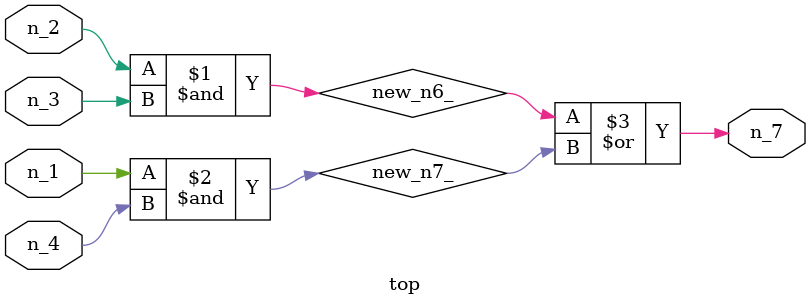
<source format=v>

module top ( 
    n_1, n_2, n_3, n_4,
    n_7  );
  input  n_1, n_2, n_3, n_4;
  output n_7;
  wire new_n6_, new_n7_;
  assign new_n6_ = n_2 & n_3;
  assign new_n7_ = n_1 & n_4;
  assign n_7 = new_n6_ | new_n7_;
endmodule



</source>
